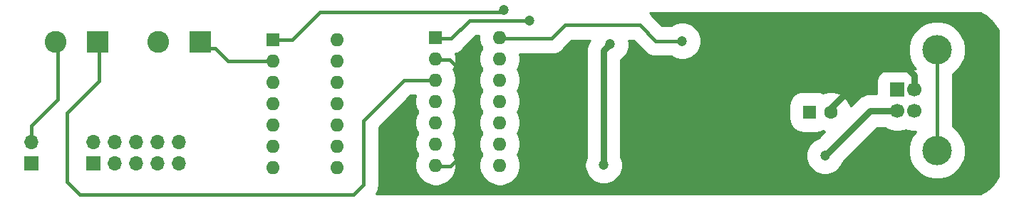
<source format=gbr>
G04 #@! TF.GenerationSoftware,KiCad,Pcbnew,(5.1.10)-1*
G04 #@! TF.CreationDate,2021-09-10T17:11:06+05:30*
G04 #@! TF.ProjectId,RL78-flash-programmer,524c3738-2d66-46c6-9173-682d70726f67,V1.2*
G04 #@! TF.SameCoordinates,Original*
G04 #@! TF.FileFunction,Copper,L2,Bot*
G04 #@! TF.FilePolarity,Positive*
%FSLAX46Y46*%
G04 Gerber Fmt 4.6, Leading zero omitted, Abs format (unit mm)*
G04 Created by KiCad (PCBNEW (5.1.10)-1) date 2021-09-10 17:11:06*
%MOMM*%
%LPD*%
G01*
G04 APERTURE LIST*
G04 #@! TA.AperFunction,ComponentPad*
%ADD10R,1.700000X1.700000*%
G04 #@! TD*
G04 #@! TA.AperFunction,ComponentPad*
%ADD11O,1.700000X1.700000*%
G04 #@! TD*
G04 #@! TA.AperFunction,ComponentPad*
%ADD12O,1.600000X1.600000*%
G04 #@! TD*
G04 #@! TA.AperFunction,ComponentPad*
%ADD13R,1.600000X1.600000*%
G04 #@! TD*
G04 #@! TA.AperFunction,ComponentPad*
%ADD14C,1.600000*%
G04 #@! TD*
G04 #@! TA.AperFunction,ComponentPad*
%ADD15C,1.700000*%
G04 #@! TD*
G04 #@! TA.AperFunction,ComponentPad*
%ADD16C,3.500000*%
G04 #@! TD*
G04 #@! TA.AperFunction,ComponentPad*
%ADD17R,2.600000X2.600000*%
G04 #@! TD*
G04 #@! TA.AperFunction,ComponentPad*
%ADD18C,2.600000*%
G04 #@! TD*
G04 #@! TA.AperFunction,ViaPad*
%ADD19C,1.200000*%
G04 #@! TD*
G04 #@! TA.AperFunction,Conductor*
%ADD20C,0.381000*%
G04 #@! TD*
G04 #@! TA.AperFunction,Conductor*
%ADD21C,0.762000*%
G04 #@! TD*
G04 #@! TA.AperFunction,Conductor*
%ADD22C,0.254000*%
G04 #@! TD*
G04 #@! TA.AperFunction,Conductor*
%ADD23C,0.100000*%
G04 #@! TD*
G04 APERTURE END LIST*
D10*
X98044000Y-70866000D03*
D11*
X98044000Y-68326000D03*
X100584000Y-70866000D03*
X100584000Y-68326000D03*
X103124000Y-70866000D03*
X103124000Y-68326000D03*
X105664000Y-70866000D03*
X105664000Y-68326000D03*
X108204000Y-70866000D03*
X108204000Y-68326000D03*
D10*
X90678000Y-70866000D03*
D11*
X90678000Y-68326000D03*
D12*
X127000000Y-56134000D03*
X119380000Y-71374000D03*
X127000000Y-58674000D03*
X119380000Y-68834000D03*
X127000000Y-61214000D03*
X119380000Y-66294000D03*
X127000000Y-63754000D03*
X119380000Y-63754000D03*
X127000000Y-66294000D03*
X119380000Y-61214000D03*
X127000000Y-68834000D03*
X119380000Y-58674000D03*
X127000000Y-71374000D03*
D13*
X119380000Y-56134000D03*
X138684000Y-55880000D03*
D12*
X146304000Y-71120000D03*
X138684000Y-58420000D03*
X146304000Y-68580000D03*
X138684000Y-60960000D03*
X146304000Y-66040000D03*
X138684000Y-63500000D03*
X146304000Y-63500000D03*
X138684000Y-66040000D03*
X146304000Y-60960000D03*
X138684000Y-68580000D03*
X146304000Y-58420000D03*
X138684000Y-71120000D03*
X146304000Y-55880000D03*
D13*
X183134000Y-64770000D03*
D14*
X185634000Y-64770000D03*
D10*
X193548000Y-62128400D03*
D15*
X193548000Y-64628400D03*
X195548000Y-64628400D03*
X195548000Y-62128400D03*
D16*
X198258000Y-57358400D03*
X198258000Y-69398400D03*
D17*
X98552000Y-56388000D03*
D18*
X93552000Y-56388000D03*
X105744000Y-56388000D03*
D17*
X110744000Y-56388000D03*
D19*
X165481000Y-61493400D03*
X167614600Y-65125600D03*
X167970200Y-56311800D03*
X184937400Y-69977000D03*
X158648400Y-71094600D03*
X159435800Y-56692800D03*
X146812000Y-52578000D03*
X149834600Y-53848000D03*
D20*
X165481000Y-61493400D02*
X167614600Y-63627000D01*
X167614600Y-63627000D02*
X167614600Y-65125600D01*
X138607800Y-58572400D02*
X140385800Y-58572400D01*
X140385800Y-58572400D02*
X141325600Y-59512200D01*
X141325600Y-59512200D02*
X141325600Y-70408800D01*
X140462000Y-71272400D02*
X138607800Y-71272400D01*
X141325600Y-70408800D02*
X140462000Y-71272400D01*
D21*
X185634000Y-64302000D02*
X185634000Y-64770000D01*
X190296800Y-59639200D02*
X185634000Y-64302000D01*
X194767200Y-59639200D02*
X190296800Y-59639200D01*
X195548000Y-62128400D02*
X195548000Y-60420000D01*
X195548000Y-60420000D02*
X194767200Y-59639200D01*
D20*
X146227800Y-56032400D02*
X152476200Y-56032400D01*
X152476200Y-56032400D02*
X154076400Y-54432200D01*
X154076400Y-54432200D02*
X162966400Y-54432200D01*
X164846000Y-56311800D02*
X167970200Y-56311800D01*
X162966400Y-54432200D02*
X164846000Y-56311800D01*
D21*
X190286000Y-64628400D02*
X184937400Y-69977000D01*
X193548000Y-64628400D02*
X190286000Y-64628400D01*
D20*
X198258000Y-57358400D02*
X198258000Y-69398400D01*
D21*
X158648400Y-57480200D02*
X159435800Y-56692800D01*
X158648400Y-71094600D02*
X158648400Y-57480200D01*
D20*
X119380000Y-56134000D02*
X121666000Y-56134000D01*
X121666000Y-56134000D02*
X124968000Y-52832000D01*
X124968000Y-52832000D02*
X146558000Y-52832000D01*
X146558000Y-52832000D02*
X146812000Y-52578000D01*
X138607800Y-56032400D02*
X140538200Y-56032400D01*
X140538200Y-56032400D02*
X142722600Y-53848000D01*
X142722600Y-53848000D02*
X149834600Y-53848000D01*
X90678000Y-68326000D02*
X90678000Y-66395600D01*
X93806000Y-63267600D02*
X93806000Y-57150000D01*
X90678000Y-66395600D02*
X93806000Y-63267600D01*
X138684000Y-60960000D02*
X134950200Y-60960000D01*
X134950200Y-60960000D02*
X130098800Y-65811400D01*
X130098800Y-65811400D02*
X130098800Y-73482200D01*
X130098800Y-73482200D02*
X128955800Y-74625200D01*
X128955800Y-74625200D02*
X96393000Y-74625200D01*
X96393000Y-74625200D02*
X94894400Y-73126600D01*
X94894400Y-73126600D02*
X94894400Y-64922400D01*
X94894400Y-64922400D02*
X98704400Y-61112400D01*
X98704400Y-57251600D02*
X98806000Y-57150000D01*
X98704400Y-61112400D02*
X98704400Y-57251600D01*
X110744000Y-57150000D02*
X112522000Y-57150000D01*
X114046000Y-58674000D02*
X119380000Y-58674000D01*
X112522000Y-57150000D02*
X114046000Y-58674000D01*
D22*
X203695234Y-53101066D02*
X204052179Y-53328464D01*
X204387946Y-53586107D01*
X204699972Y-53872028D01*
X204985893Y-54184054D01*
X205243536Y-54519821D01*
X205470934Y-54876766D01*
X205588001Y-55101648D01*
X205588000Y-72406353D01*
X205470934Y-72631234D01*
X205243536Y-72988179D01*
X204985893Y-73323946D01*
X204699972Y-73635972D01*
X204387946Y-73921893D01*
X204052179Y-74179536D01*
X203695234Y-74406934D01*
X203470353Y-74524000D01*
X131626062Y-74524000D01*
X131637360Y-74510233D01*
X131808356Y-74190321D01*
X131891243Y-73917079D01*
X131913655Y-73843198D01*
X131924724Y-73730809D01*
X131940300Y-73572665D01*
X131940300Y-73572658D01*
X131949209Y-73482201D01*
X131940300Y-73391743D01*
X131940300Y-66574173D01*
X135712974Y-62801500D01*
X136323923Y-62801500D01*
X136233000Y-63258598D01*
X136233000Y-63741402D01*
X136327191Y-64214930D01*
X136511952Y-64660984D01*
X136584794Y-64770000D01*
X136511952Y-64879016D01*
X136327191Y-65325070D01*
X136233000Y-65798598D01*
X136233000Y-66281402D01*
X136327191Y-66754930D01*
X136511952Y-67200984D01*
X136584794Y-67310000D01*
X136511952Y-67419016D01*
X136327191Y-67865070D01*
X136233000Y-68338598D01*
X136233000Y-68821402D01*
X136327191Y-69294930D01*
X136511952Y-69740984D01*
X136584794Y-69850000D01*
X136511952Y-69959016D01*
X136327191Y-70405070D01*
X136233000Y-70878598D01*
X136233000Y-71361402D01*
X136327191Y-71834930D01*
X136511952Y-72280984D01*
X136780184Y-72682421D01*
X137121579Y-73023816D01*
X137523016Y-73292048D01*
X137969070Y-73476809D01*
X138442598Y-73571000D01*
X138925402Y-73571000D01*
X139398930Y-73476809D01*
X139844984Y-73292048D01*
X140246421Y-73023816D01*
X140587816Y-72682421D01*
X140856048Y-72280984D01*
X141040809Y-71834930D01*
X141135000Y-71361402D01*
X141135000Y-70878598D01*
X141040809Y-70405070D01*
X140856048Y-69959016D01*
X140783206Y-69850000D01*
X140856048Y-69740984D01*
X141040809Y-69294930D01*
X141135000Y-68821402D01*
X141135000Y-68338598D01*
X141040809Y-67865070D01*
X140856048Y-67419016D01*
X140783206Y-67310000D01*
X140856048Y-67200984D01*
X141040809Y-66754930D01*
X141135000Y-66281402D01*
X141135000Y-65798598D01*
X141040809Y-65325070D01*
X140856048Y-64879016D01*
X140783206Y-64770000D01*
X140856048Y-64660984D01*
X141040809Y-64214930D01*
X141135000Y-63741402D01*
X141135000Y-63258598D01*
X141040809Y-62785070D01*
X140856048Y-62339016D01*
X140783206Y-62230000D01*
X140856048Y-62120984D01*
X141040809Y-61674930D01*
X141135000Y-61201402D01*
X141135000Y-60718598D01*
X141040809Y-60245070D01*
X140856048Y-59799016D01*
X140783206Y-59690000D01*
X140856048Y-59580984D01*
X141040809Y-59134930D01*
X141135000Y-58661402D01*
X141135000Y-58178598D01*
X141059423Y-57798651D01*
X141246321Y-57741956D01*
X141566233Y-57570960D01*
X141846637Y-57340837D01*
X141904308Y-57270565D01*
X143485374Y-55689500D01*
X143853000Y-55689500D01*
X143853000Y-56121402D01*
X143947191Y-56594930D01*
X144131952Y-57040984D01*
X144204794Y-57150000D01*
X144131952Y-57259016D01*
X143947191Y-57705070D01*
X143853000Y-58178598D01*
X143853000Y-58661402D01*
X143947191Y-59134930D01*
X144131952Y-59580984D01*
X144204794Y-59690000D01*
X144131952Y-59799016D01*
X143947191Y-60245070D01*
X143853000Y-60718598D01*
X143853000Y-61201402D01*
X143947191Y-61674930D01*
X144131952Y-62120984D01*
X144204794Y-62230000D01*
X144131952Y-62339016D01*
X143947191Y-62785070D01*
X143853000Y-63258598D01*
X143853000Y-63741402D01*
X143947191Y-64214930D01*
X144131952Y-64660984D01*
X144204794Y-64770000D01*
X144131952Y-64879016D01*
X143947191Y-65325070D01*
X143853000Y-65798598D01*
X143853000Y-66281402D01*
X143947191Y-66754930D01*
X144131952Y-67200984D01*
X144204794Y-67310000D01*
X144131952Y-67419016D01*
X143947191Y-67865070D01*
X143853000Y-68338598D01*
X143853000Y-68821402D01*
X143947191Y-69294930D01*
X144131952Y-69740984D01*
X144204794Y-69850000D01*
X144131952Y-69959016D01*
X143947191Y-70405070D01*
X143853000Y-70878598D01*
X143853000Y-71361402D01*
X143947191Y-71834930D01*
X144131952Y-72280984D01*
X144400184Y-72682421D01*
X144741579Y-73023816D01*
X145143016Y-73292048D01*
X145589070Y-73476809D01*
X146062598Y-73571000D01*
X146545402Y-73571000D01*
X147018930Y-73476809D01*
X147464984Y-73292048D01*
X147866421Y-73023816D01*
X148207816Y-72682421D01*
X148476048Y-72280984D01*
X148660809Y-71834930D01*
X148755000Y-71361402D01*
X148755000Y-70878598D01*
X148660809Y-70405070D01*
X148476048Y-69959016D01*
X148403206Y-69850000D01*
X148476048Y-69740984D01*
X148660809Y-69294930D01*
X148755000Y-68821402D01*
X148755000Y-68338598D01*
X148660809Y-67865070D01*
X148476048Y-67419016D01*
X148403206Y-67310000D01*
X148476048Y-67200984D01*
X148660809Y-66754930D01*
X148755000Y-66281402D01*
X148755000Y-65798598D01*
X148660809Y-65325070D01*
X148476048Y-64879016D01*
X148403206Y-64770000D01*
X148476048Y-64660984D01*
X148660809Y-64214930D01*
X148755000Y-63741402D01*
X148755000Y-63258598D01*
X148660809Y-62785070D01*
X148476048Y-62339016D01*
X148403206Y-62230000D01*
X148476048Y-62120984D01*
X148660809Y-61674930D01*
X148755000Y-61201402D01*
X148755000Y-60718598D01*
X148660809Y-60245070D01*
X148476048Y-59799016D01*
X148403206Y-59690000D01*
X148476048Y-59580984D01*
X148660809Y-59134930D01*
X148755000Y-58661402D01*
X148755000Y-58178598D01*
X148694392Y-57873900D01*
X152385743Y-57873900D01*
X152476200Y-57882809D01*
X152566657Y-57873900D01*
X152566665Y-57873900D01*
X152837197Y-57847255D01*
X153184321Y-57741956D01*
X153504233Y-57570960D01*
X153784637Y-57340837D01*
X153842308Y-57270565D01*
X154839174Y-56273700D01*
X157009867Y-56273700D01*
X156950680Y-56345819D01*
X156761994Y-56698826D01*
X156681420Y-56964444D01*
X156671423Y-56997403D01*
X156645803Y-57081860D01*
X156606569Y-57480200D01*
X156616401Y-57580023D01*
X156616400Y-70118133D01*
X156483904Y-70438007D01*
X156397400Y-70872896D01*
X156397400Y-71316304D01*
X156483904Y-71751193D01*
X156653589Y-72160849D01*
X156899934Y-72529529D01*
X157213471Y-72843066D01*
X157582151Y-73089411D01*
X157991807Y-73259096D01*
X158426696Y-73345600D01*
X158870104Y-73345600D01*
X159304993Y-73259096D01*
X159714649Y-73089411D01*
X160083329Y-72843066D01*
X160396866Y-72529529D01*
X160643211Y-72160849D01*
X160812896Y-71751193D01*
X160899400Y-71316304D01*
X160899400Y-70872896D01*
X160812896Y-70438007D01*
X160680400Y-70118133D01*
X160680400Y-63970000D01*
X180675012Y-63970000D01*
X180675012Y-65570000D01*
X180706889Y-65893653D01*
X180801295Y-66204867D01*
X180954602Y-66491684D01*
X181160918Y-66743082D01*
X181412316Y-66949398D01*
X181699133Y-67102705D01*
X182010347Y-67197111D01*
X182334000Y-67228988D01*
X183934000Y-67228988D01*
X184257653Y-67197111D01*
X184568867Y-67102705D01*
X184696359Y-67034559D01*
X184915421Y-67125298D01*
X184191027Y-67849692D01*
X183871151Y-67982189D01*
X183502471Y-68228534D01*
X183188934Y-68542071D01*
X182942589Y-68910751D01*
X182772904Y-69320407D01*
X182686400Y-69755296D01*
X182686400Y-70198704D01*
X182772904Y-70633593D01*
X182942589Y-71043249D01*
X183188934Y-71411929D01*
X183502471Y-71725466D01*
X183871151Y-71971811D01*
X184280807Y-72141496D01*
X184715696Y-72228000D01*
X185159104Y-72228000D01*
X185593993Y-72141496D01*
X186003649Y-71971811D01*
X186372329Y-71725466D01*
X186685866Y-71411929D01*
X186932211Y-71043249D01*
X187064708Y-70723373D01*
X191127682Y-66660400D01*
X192087423Y-66660400D01*
X192363332Y-66844757D01*
X192818485Y-67033288D01*
X193301673Y-67129400D01*
X193794327Y-67129400D01*
X194277515Y-67033288D01*
X194548000Y-66921249D01*
X194818485Y-67033288D01*
X195301673Y-67129400D01*
X195717260Y-67129400D01*
X195616271Y-67230389D01*
X195244073Y-67787422D01*
X194987699Y-68406365D01*
X194857000Y-69063431D01*
X194857000Y-69733369D01*
X194987699Y-70390435D01*
X195244073Y-71009378D01*
X195616271Y-71566411D01*
X196089989Y-72040129D01*
X196647022Y-72412327D01*
X197265965Y-72668701D01*
X197923031Y-72799400D01*
X198592969Y-72799400D01*
X199250035Y-72668701D01*
X199868978Y-72412327D01*
X200426011Y-72040129D01*
X200899729Y-71566411D01*
X201271927Y-71009378D01*
X201528301Y-70390435D01*
X201659000Y-69733369D01*
X201659000Y-69063431D01*
X201528301Y-68406365D01*
X201271927Y-67787422D01*
X200899729Y-67230389D01*
X200426011Y-66756671D01*
X200099500Y-66538503D01*
X200099500Y-60218297D01*
X200426011Y-60000129D01*
X200899729Y-59526411D01*
X201271927Y-58969378D01*
X201528301Y-58350435D01*
X201659000Y-57693369D01*
X201659000Y-57023431D01*
X201528301Y-56366365D01*
X201271927Y-55747422D01*
X200899729Y-55190389D01*
X200426011Y-54716671D01*
X199868978Y-54344473D01*
X199250035Y-54088099D01*
X198592969Y-53957400D01*
X197923031Y-53957400D01*
X197265965Y-54088099D01*
X196647022Y-54344473D01*
X196089989Y-54716671D01*
X195616271Y-55190389D01*
X195244073Y-55747422D01*
X194987699Y-56366365D01*
X194857000Y-57023431D01*
X194857000Y-57693369D01*
X194987699Y-58350435D01*
X195244073Y-58969378D01*
X195616271Y-59526411D01*
X195717260Y-59627400D01*
X195301673Y-59627400D01*
X194903798Y-59706542D01*
X194721653Y-59651289D01*
X194398000Y-59619412D01*
X192698000Y-59619412D01*
X192374347Y-59651289D01*
X192063133Y-59745695D01*
X191776316Y-59899002D01*
X191524918Y-60105318D01*
X191318602Y-60356716D01*
X191165295Y-60643533D01*
X191070889Y-60954747D01*
X191039012Y-61278400D01*
X191039012Y-62596400D01*
X190385816Y-62596400D01*
X190286000Y-62586569D01*
X190186184Y-62596400D01*
X189887659Y-62625802D01*
X189504625Y-62741994D01*
X189151619Y-62930680D01*
X188842207Y-63184607D01*
X188778575Y-63262143D01*
X187989297Y-64051421D01*
X187806048Y-63609016D01*
X187537816Y-63207579D01*
X187196421Y-62866184D01*
X186794984Y-62597952D01*
X186348930Y-62413191D01*
X185875402Y-62319000D01*
X185392598Y-62319000D01*
X184919070Y-62413191D01*
X184696359Y-62505441D01*
X184568867Y-62437295D01*
X184257653Y-62342889D01*
X183934000Y-62311012D01*
X182334000Y-62311012D01*
X182010347Y-62342889D01*
X181699133Y-62437295D01*
X181412316Y-62590602D01*
X181160918Y-62796918D01*
X180954602Y-63048316D01*
X180801295Y-63335133D01*
X180706889Y-63646347D01*
X180675012Y-63970000D01*
X160680400Y-63970000D01*
X160680400Y-58568440D01*
X160870729Y-58441266D01*
X161184266Y-58127729D01*
X161430611Y-57759049D01*
X161600296Y-57349393D01*
X161686800Y-56914504D01*
X161686800Y-56471096D01*
X161647536Y-56273700D01*
X162203627Y-56273700D01*
X163479896Y-57549970D01*
X163537563Y-57620237D01*
X163817967Y-57850360D01*
X164137879Y-58021356D01*
X164485003Y-58126655D01*
X164755535Y-58153300D01*
X164755543Y-58153300D01*
X164846000Y-58162209D01*
X164936457Y-58153300D01*
X166674506Y-58153300D01*
X166903951Y-58306611D01*
X167313607Y-58476296D01*
X167748496Y-58562800D01*
X168191904Y-58562800D01*
X168626793Y-58476296D01*
X169036449Y-58306611D01*
X169405129Y-58060266D01*
X169718666Y-57746729D01*
X169965011Y-57378049D01*
X170134696Y-56968393D01*
X170221200Y-56533504D01*
X170221200Y-56090096D01*
X170134696Y-55655207D01*
X169965011Y-55245551D01*
X169718666Y-54876871D01*
X169405129Y-54563334D01*
X169036449Y-54316989D01*
X168626793Y-54147304D01*
X168191904Y-54060800D01*
X167748496Y-54060800D01*
X167313607Y-54147304D01*
X166903951Y-54316989D01*
X166674506Y-54470300D01*
X165608774Y-54470300D01*
X164332508Y-53194035D01*
X164274837Y-53123763D01*
X164104536Y-52984000D01*
X203470353Y-52984000D01*
X203695234Y-53101066D01*
G04 #@! TA.AperFunction,Conductor*
D23*
G36*
X203695234Y-53101066D02*
G01*
X204052179Y-53328464D01*
X204387946Y-53586107D01*
X204699972Y-53872028D01*
X204985893Y-54184054D01*
X205243536Y-54519821D01*
X205470934Y-54876766D01*
X205588001Y-55101648D01*
X205588000Y-72406353D01*
X205470934Y-72631234D01*
X205243536Y-72988179D01*
X204985893Y-73323946D01*
X204699972Y-73635972D01*
X204387946Y-73921893D01*
X204052179Y-74179536D01*
X203695234Y-74406934D01*
X203470353Y-74524000D01*
X131626062Y-74524000D01*
X131637360Y-74510233D01*
X131808356Y-74190321D01*
X131891243Y-73917079D01*
X131913655Y-73843198D01*
X131924724Y-73730809D01*
X131940300Y-73572665D01*
X131940300Y-73572658D01*
X131949209Y-73482201D01*
X131940300Y-73391743D01*
X131940300Y-66574173D01*
X135712974Y-62801500D01*
X136323923Y-62801500D01*
X136233000Y-63258598D01*
X136233000Y-63741402D01*
X136327191Y-64214930D01*
X136511952Y-64660984D01*
X136584794Y-64770000D01*
X136511952Y-64879016D01*
X136327191Y-65325070D01*
X136233000Y-65798598D01*
X136233000Y-66281402D01*
X136327191Y-66754930D01*
X136511952Y-67200984D01*
X136584794Y-67310000D01*
X136511952Y-67419016D01*
X136327191Y-67865070D01*
X136233000Y-68338598D01*
X136233000Y-68821402D01*
X136327191Y-69294930D01*
X136511952Y-69740984D01*
X136584794Y-69850000D01*
X136511952Y-69959016D01*
X136327191Y-70405070D01*
X136233000Y-70878598D01*
X136233000Y-71361402D01*
X136327191Y-71834930D01*
X136511952Y-72280984D01*
X136780184Y-72682421D01*
X137121579Y-73023816D01*
X137523016Y-73292048D01*
X137969070Y-73476809D01*
X138442598Y-73571000D01*
X138925402Y-73571000D01*
X139398930Y-73476809D01*
X139844984Y-73292048D01*
X140246421Y-73023816D01*
X140587816Y-72682421D01*
X140856048Y-72280984D01*
X141040809Y-71834930D01*
X141135000Y-71361402D01*
X141135000Y-70878598D01*
X141040809Y-70405070D01*
X140856048Y-69959016D01*
X140783206Y-69850000D01*
X140856048Y-69740984D01*
X141040809Y-69294930D01*
X141135000Y-68821402D01*
X141135000Y-68338598D01*
X141040809Y-67865070D01*
X140856048Y-67419016D01*
X140783206Y-67310000D01*
X140856048Y-67200984D01*
X141040809Y-66754930D01*
X141135000Y-66281402D01*
X141135000Y-65798598D01*
X141040809Y-65325070D01*
X140856048Y-64879016D01*
X140783206Y-64770000D01*
X140856048Y-64660984D01*
X141040809Y-64214930D01*
X141135000Y-63741402D01*
X141135000Y-63258598D01*
X141040809Y-62785070D01*
X140856048Y-62339016D01*
X140783206Y-62230000D01*
X140856048Y-62120984D01*
X141040809Y-61674930D01*
X141135000Y-61201402D01*
X141135000Y-60718598D01*
X141040809Y-60245070D01*
X140856048Y-59799016D01*
X140783206Y-59690000D01*
X140856048Y-59580984D01*
X141040809Y-59134930D01*
X141135000Y-58661402D01*
X141135000Y-58178598D01*
X141059423Y-57798651D01*
X141246321Y-57741956D01*
X141566233Y-57570960D01*
X141846637Y-57340837D01*
X141904308Y-57270565D01*
X143485374Y-55689500D01*
X143853000Y-55689500D01*
X143853000Y-56121402D01*
X143947191Y-56594930D01*
X144131952Y-57040984D01*
X144204794Y-57150000D01*
X144131952Y-57259016D01*
X143947191Y-57705070D01*
X143853000Y-58178598D01*
X143853000Y-58661402D01*
X143947191Y-59134930D01*
X144131952Y-59580984D01*
X144204794Y-59690000D01*
X144131952Y-59799016D01*
X143947191Y-60245070D01*
X143853000Y-60718598D01*
X143853000Y-61201402D01*
X143947191Y-61674930D01*
X144131952Y-62120984D01*
X144204794Y-62230000D01*
X144131952Y-62339016D01*
X143947191Y-62785070D01*
X143853000Y-63258598D01*
X143853000Y-63741402D01*
X143947191Y-64214930D01*
X144131952Y-64660984D01*
X144204794Y-64770000D01*
X144131952Y-64879016D01*
X143947191Y-65325070D01*
X143853000Y-65798598D01*
X143853000Y-66281402D01*
X143947191Y-66754930D01*
X144131952Y-67200984D01*
X144204794Y-67310000D01*
X144131952Y-67419016D01*
X143947191Y-67865070D01*
X143853000Y-68338598D01*
X143853000Y-68821402D01*
X143947191Y-69294930D01*
X144131952Y-69740984D01*
X144204794Y-69850000D01*
X144131952Y-69959016D01*
X143947191Y-70405070D01*
X143853000Y-70878598D01*
X143853000Y-71361402D01*
X143947191Y-71834930D01*
X144131952Y-72280984D01*
X144400184Y-72682421D01*
X144741579Y-73023816D01*
X145143016Y-73292048D01*
X145589070Y-73476809D01*
X146062598Y-73571000D01*
X146545402Y-73571000D01*
X147018930Y-73476809D01*
X147464984Y-73292048D01*
X147866421Y-73023816D01*
X148207816Y-72682421D01*
X148476048Y-72280984D01*
X148660809Y-71834930D01*
X148755000Y-71361402D01*
X148755000Y-70878598D01*
X148660809Y-70405070D01*
X148476048Y-69959016D01*
X148403206Y-69850000D01*
X148476048Y-69740984D01*
X148660809Y-69294930D01*
X148755000Y-68821402D01*
X148755000Y-68338598D01*
X148660809Y-67865070D01*
X148476048Y-67419016D01*
X148403206Y-67310000D01*
X148476048Y-67200984D01*
X148660809Y-66754930D01*
X148755000Y-66281402D01*
X148755000Y-65798598D01*
X148660809Y-65325070D01*
X148476048Y-64879016D01*
X148403206Y-64770000D01*
X148476048Y-64660984D01*
X148660809Y-64214930D01*
X148755000Y-63741402D01*
X148755000Y-63258598D01*
X148660809Y-62785070D01*
X148476048Y-62339016D01*
X148403206Y-62230000D01*
X148476048Y-62120984D01*
X148660809Y-61674930D01*
X148755000Y-61201402D01*
X148755000Y-60718598D01*
X148660809Y-60245070D01*
X148476048Y-59799016D01*
X148403206Y-59690000D01*
X148476048Y-59580984D01*
X148660809Y-59134930D01*
X148755000Y-58661402D01*
X148755000Y-58178598D01*
X148694392Y-57873900D01*
X152385743Y-57873900D01*
X152476200Y-57882809D01*
X152566657Y-57873900D01*
X152566665Y-57873900D01*
X152837197Y-57847255D01*
X153184321Y-57741956D01*
X153504233Y-57570960D01*
X153784637Y-57340837D01*
X153842308Y-57270565D01*
X154839174Y-56273700D01*
X157009867Y-56273700D01*
X156950680Y-56345819D01*
X156761994Y-56698826D01*
X156681420Y-56964444D01*
X156671423Y-56997403D01*
X156645803Y-57081860D01*
X156606569Y-57480200D01*
X156616401Y-57580023D01*
X156616400Y-70118133D01*
X156483904Y-70438007D01*
X156397400Y-70872896D01*
X156397400Y-71316304D01*
X156483904Y-71751193D01*
X156653589Y-72160849D01*
X156899934Y-72529529D01*
X157213471Y-72843066D01*
X157582151Y-73089411D01*
X157991807Y-73259096D01*
X158426696Y-73345600D01*
X158870104Y-73345600D01*
X159304993Y-73259096D01*
X159714649Y-73089411D01*
X160083329Y-72843066D01*
X160396866Y-72529529D01*
X160643211Y-72160849D01*
X160812896Y-71751193D01*
X160899400Y-71316304D01*
X160899400Y-70872896D01*
X160812896Y-70438007D01*
X160680400Y-70118133D01*
X160680400Y-63970000D01*
X180675012Y-63970000D01*
X180675012Y-65570000D01*
X180706889Y-65893653D01*
X180801295Y-66204867D01*
X180954602Y-66491684D01*
X181160918Y-66743082D01*
X181412316Y-66949398D01*
X181699133Y-67102705D01*
X182010347Y-67197111D01*
X182334000Y-67228988D01*
X183934000Y-67228988D01*
X184257653Y-67197111D01*
X184568867Y-67102705D01*
X184696359Y-67034559D01*
X184915421Y-67125298D01*
X184191027Y-67849692D01*
X183871151Y-67982189D01*
X183502471Y-68228534D01*
X183188934Y-68542071D01*
X182942589Y-68910751D01*
X182772904Y-69320407D01*
X182686400Y-69755296D01*
X182686400Y-70198704D01*
X182772904Y-70633593D01*
X182942589Y-71043249D01*
X183188934Y-71411929D01*
X183502471Y-71725466D01*
X183871151Y-71971811D01*
X184280807Y-72141496D01*
X184715696Y-72228000D01*
X185159104Y-72228000D01*
X185593993Y-72141496D01*
X186003649Y-71971811D01*
X186372329Y-71725466D01*
X186685866Y-71411929D01*
X186932211Y-71043249D01*
X187064708Y-70723373D01*
X191127682Y-66660400D01*
X192087423Y-66660400D01*
X192363332Y-66844757D01*
X192818485Y-67033288D01*
X193301673Y-67129400D01*
X193794327Y-67129400D01*
X194277515Y-67033288D01*
X194548000Y-66921249D01*
X194818485Y-67033288D01*
X195301673Y-67129400D01*
X195717260Y-67129400D01*
X195616271Y-67230389D01*
X195244073Y-67787422D01*
X194987699Y-68406365D01*
X194857000Y-69063431D01*
X194857000Y-69733369D01*
X194987699Y-70390435D01*
X195244073Y-71009378D01*
X195616271Y-71566411D01*
X196089989Y-72040129D01*
X196647022Y-72412327D01*
X197265965Y-72668701D01*
X197923031Y-72799400D01*
X198592969Y-72799400D01*
X199250035Y-72668701D01*
X199868978Y-72412327D01*
X200426011Y-72040129D01*
X200899729Y-71566411D01*
X201271927Y-71009378D01*
X201528301Y-70390435D01*
X201659000Y-69733369D01*
X201659000Y-69063431D01*
X201528301Y-68406365D01*
X201271927Y-67787422D01*
X200899729Y-67230389D01*
X200426011Y-66756671D01*
X200099500Y-66538503D01*
X200099500Y-60218297D01*
X200426011Y-60000129D01*
X200899729Y-59526411D01*
X201271927Y-58969378D01*
X201528301Y-58350435D01*
X201659000Y-57693369D01*
X201659000Y-57023431D01*
X201528301Y-56366365D01*
X201271927Y-55747422D01*
X200899729Y-55190389D01*
X200426011Y-54716671D01*
X199868978Y-54344473D01*
X199250035Y-54088099D01*
X198592969Y-53957400D01*
X197923031Y-53957400D01*
X197265965Y-54088099D01*
X196647022Y-54344473D01*
X196089989Y-54716671D01*
X195616271Y-55190389D01*
X195244073Y-55747422D01*
X194987699Y-56366365D01*
X194857000Y-57023431D01*
X194857000Y-57693369D01*
X194987699Y-58350435D01*
X195244073Y-58969378D01*
X195616271Y-59526411D01*
X195717260Y-59627400D01*
X195301673Y-59627400D01*
X194903798Y-59706542D01*
X194721653Y-59651289D01*
X194398000Y-59619412D01*
X192698000Y-59619412D01*
X192374347Y-59651289D01*
X192063133Y-59745695D01*
X191776316Y-59899002D01*
X191524918Y-60105318D01*
X191318602Y-60356716D01*
X191165295Y-60643533D01*
X191070889Y-60954747D01*
X191039012Y-61278400D01*
X191039012Y-62596400D01*
X190385816Y-62596400D01*
X190286000Y-62586569D01*
X190186184Y-62596400D01*
X189887659Y-62625802D01*
X189504625Y-62741994D01*
X189151619Y-62930680D01*
X188842207Y-63184607D01*
X188778575Y-63262143D01*
X187989297Y-64051421D01*
X187806048Y-63609016D01*
X187537816Y-63207579D01*
X187196421Y-62866184D01*
X186794984Y-62597952D01*
X186348930Y-62413191D01*
X185875402Y-62319000D01*
X185392598Y-62319000D01*
X184919070Y-62413191D01*
X184696359Y-62505441D01*
X184568867Y-62437295D01*
X184257653Y-62342889D01*
X183934000Y-62311012D01*
X182334000Y-62311012D01*
X182010347Y-62342889D01*
X181699133Y-62437295D01*
X181412316Y-62590602D01*
X181160918Y-62796918D01*
X180954602Y-63048316D01*
X180801295Y-63335133D01*
X180706889Y-63646347D01*
X180675012Y-63970000D01*
X160680400Y-63970000D01*
X160680400Y-58568440D01*
X160870729Y-58441266D01*
X161184266Y-58127729D01*
X161430611Y-57759049D01*
X161600296Y-57349393D01*
X161686800Y-56914504D01*
X161686800Y-56471096D01*
X161647536Y-56273700D01*
X162203627Y-56273700D01*
X163479896Y-57549970D01*
X163537563Y-57620237D01*
X163817967Y-57850360D01*
X164137879Y-58021356D01*
X164485003Y-58126655D01*
X164755535Y-58153300D01*
X164755543Y-58153300D01*
X164846000Y-58162209D01*
X164936457Y-58153300D01*
X166674506Y-58153300D01*
X166903951Y-58306611D01*
X167313607Y-58476296D01*
X167748496Y-58562800D01*
X168191904Y-58562800D01*
X168626793Y-58476296D01*
X169036449Y-58306611D01*
X169405129Y-58060266D01*
X169718666Y-57746729D01*
X169965011Y-57378049D01*
X170134696Y-56968393D01*
X170221200Y-56533504D01*
X170221200Y-56090096D01*
X170134696Y-55655207D01*
X169965011Y-55245551D01*
X169718666Y-54876871D01*
X169405129Y-54563334D01*
X169036449Y-54316989D01*
X168626793Y-54147304D01*
X168191904Y-54060800D01*
X167748496Y-54060800D01*
X167313607Y-54147304D01*
X166903951Y-54316989D01*
X166674506Y-54470300D01*
X165608774Y-54470300D01*
X164332508Y-53194035D01*
X164274837Y-53123763D01*
X164104536Y-52984000D01*
X203470353Y-52984000D01*
X203695234Y-53101066D01*
G37*
G04 #@! TD.AperFunction*
M02*

</source>
